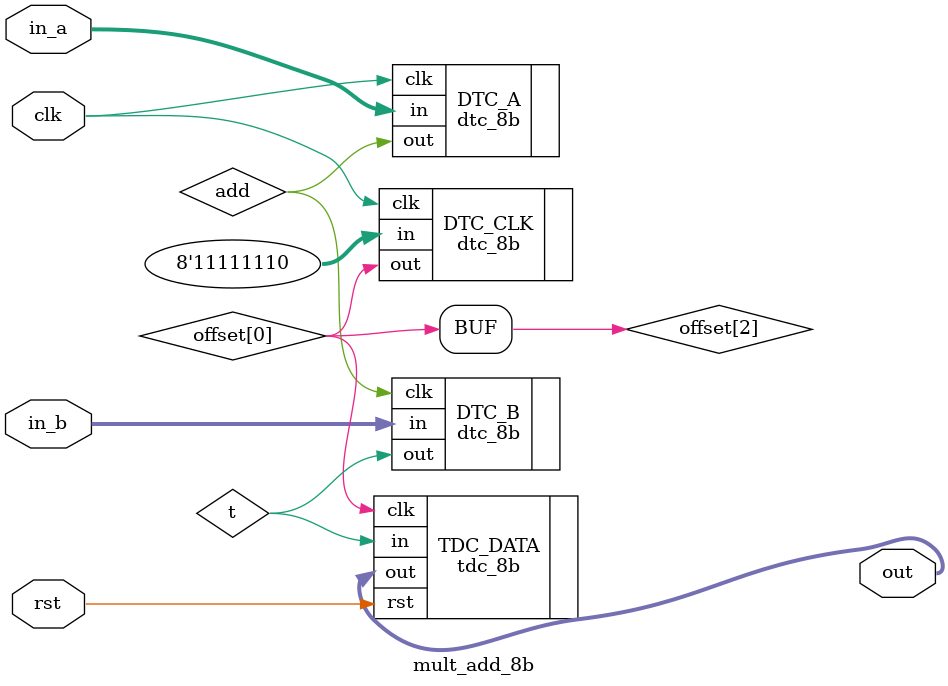
<source format=v>
`define DEL_UNIT 5

module mult_add_8b(rst, clk, in_a, in_b, out);
input  rst, clk;
input  [7:0] in_a, in_b;
output [7:0] out;

wire add, t;
wire offset[0:2];

assign offset[1] = ~offset[0];
assign offset[2] = ~offset[1];

parameter T_DEL = `DEL_UNIT;
parameter COEFF = 2; // coefficient

defparam DTC_A.T_DEL    = COEFF*T_DEL;
defparam DTC_B.T_DEL    = T_DEL;
defparam DTC_CLK.T_DEL  = T_DEL;
defparam TDC_DATA.T_DEL = T_DEL;

dtc_8b DTC_A(.clk(clk), .in(in_a), .out(add));
dtc_8b DTC_B(.clk(add), .in(in_b), .out(t));

dtc_8b DTC_CLK(.clk(clk), .in(8'd254), .out(offset[0]));

tdc_8b TDC_DATA(.rst(rst), .clk(offset[2]), .in(t), .out(out));

endmodule
</source>
